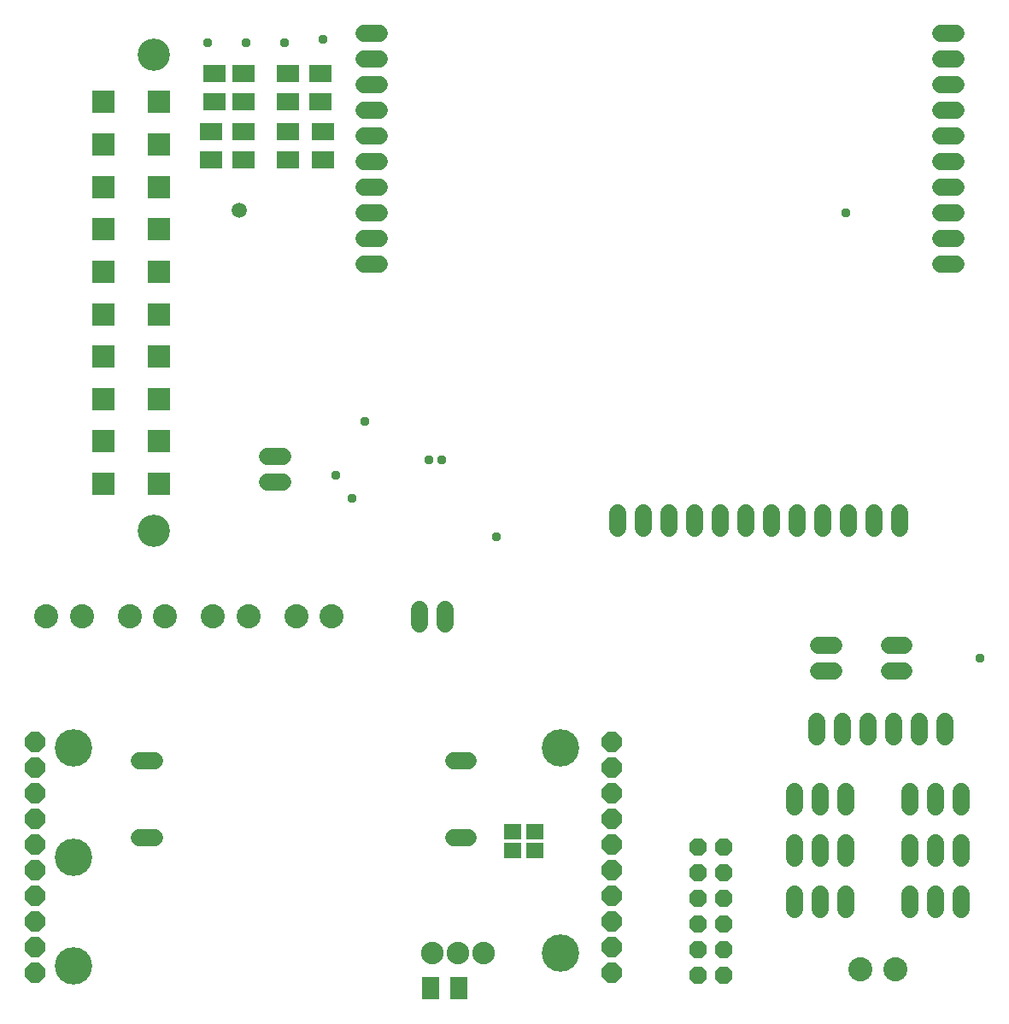
<source format=gbr>
G04 EAGLE Gerber X2 export*
G75*
%MOMM*%
%FSLAX34Y34*%
%LPD*%
%AMOC8*
5,1,8,0,0,1.08239X$1,22.5*%
G01*
%ADD10C,3.703200*%
%ADD11C,2.235200*%
%ADD12P,2.144431X8X22.500000*%
%ADD13R,1.803200X2.203200*%
%ADD14C,1.711200*%
%ADD15R,1.803200X1.503200*%
%ADD16R,2.303200X2.303200*%
%ADD17C,3.203200*%
%ADD18C,2.387600*%
%ADD19C,1.727200*%
%ADD20R,2.203200X1.803200*%
%ADD21P,1.869504X8X112.500000*%
%ADD22C,0.959600*%
%ADD23C,1.503200*%


D10*
X549275Y260350D03*
X549275Y57150D03*
X66675Y260350D03*
X66675Y44450D03*
X66675Y152400D03*
D11*
X473075Y57150D03*
X447675Y57150D03*
X422275Y57150D03*
D12*
X28575Y266700D03*
X28575Y241300D03*
X28575Y215900D03*
X28575Y190500D03*
X28575Y165100D03*
X28575Y139700D03*
X28575Y114300D03*
X28575Y88900D03*
X28575Y63500D03*
X28575Y38100D03*
X600075Y266700D03*
X600075Y241300D03*
X600075Y215900D03*
X600075Y190500D03*
X600075Y165100D03*
X600075Y139700D03*
X600075Y114300D03*
X600075Y88900D03*
X600075Y63500D03*
X600075Y38100D03*
D13*
X420975Y22225D03*
X448975Y22225D03*
D14*
X147240Y171450D02*
X132160Y171450D01*
X443310Y171450D02*
X458390Y171450D01*
X147240Y247650D02*
X132160Y247650D01*
X443310Y247650D02*
X458390Y247650D01*
D15*
X501650Y158775D03*
X501650Y177775D03*
X523875Y158775D03*
X523875Y177775D03*
D14*
X606425Y478235D02*
X606425Y493315D01*
X631825Y493315D02*
X631825Y478235D01*
X657225Y478235D02*
X657225Y493315D01*
X682625Y493315D02*
X682625Y478235D01*
X708025Y478235D02*
X708025Y493315D01*
X733425Y493315D02*
X733425Y478235D01*
X758825Y478235D02*
X758825Y493315D01*
X784225Y493315D02*
X784225Y478235D01*
X809625Y478235D02*
X809625Y493315D01*
X835025Y493315D02*
X835025Y478235D01*
X860425Y478235D02*
X860425Y493315D01*
X885825Y493315D02*
X885825Y478235D01*
X820340Y361950D02*
X805260Y361950D01*
X805260Y336550D02*
X820340Y336550D01*
X875110Y361950D02*
X890190Y361950D01*
X890190Y336550D02*
X875110Y336550D01*
X274240Y523875D02*
X259160Y523875D01*
X259160Y549275D02*
X274240Y549275D01*
D16*
X96325Y522200D03*
X96325Y564200D03*
X96325Y606200D03*
X96325Y648200D03*
X96325Y690200D03*
X96325Y732200D03*
X96325Y774200D03*
X96325Y816200D03*
X96325Y858200D03*
X96325Y900200D03*
X151325Y522200D03*
X151325Y564200D03*
X151325Y606200D03*
X151325Y648200D03*
X151325Y690200D03*
X151325Y732200D03*
X151325Y774200D03*
X151325Y816200D03*
X151325Y858200D03*
X151325Y900200D03*
D17*
X146725Y475200D03*
X146725Y947200D03*
D18*
X322800Y390525D03*
X287800Y390525D03*
X240250Y390525D03*
X205250Y390525D03*
X157700Y390525D03*
X122700Y390525D03*
X75150Y390525D03*
X40150Y390525D03*
D19*
X354330Y739775D02*
X369570Y739775D01*
X369570Y765175D02*
X354330Y765175D01*
X354330Y790575D02*
X369570Y790575D01*
X369570Y815975D02*
X354330Y815975D01*
X354330Y841375D02*
X369570Y841375D01*
X369570Y866775D02*
X354330Y866775D01*
X354330Y892175D02*
X369570Y892175D01*
X369570Y917575D02*
X354330Y917575D01*
X354330Y942975D02*
X369570Y942975D01*
X369570Y968375D02*
X354330Y968375D01*
X925830Y968375D02*
X941070Y968375D01*
X941070Y942975D02*
X925830Y942975D01*
X925830Y917575D02*
X941070Y917575D01*
X941070Y892175D02*
X925830Y892175D01*
X925830Y866775D02*
X941070Y866775D01*
X941070Y841375D02*
X925830Y841375D01*
X925830Y815975D02*
X941070Y815975D01*
X941070Y790575D02*
X925830Y790575D01*
X925830Y765175D02*
X941070Y765175D01*
X941070Y739775D02*
X925830Y739775D01*
D14*
X434975Y398065D02*
X434975Y382985D01*
X409575Y382985D02*
X409575Y398065D01*
D20*
X206375Y900400D03*
X206375Y928400D03*
X234950Y928400D03*
X234950Y900400D03*
X279400Y843250D03*
X279400Y871250D03*
X314325Y871250D03*
X314325Y843250D03*
X234950Y843250D03*
X234950Y871250D03*
X203200Y871250D03*
X203200Y843250D03*
X311150Y900400D03*
X311150Y928400D03*
X279400Y928400D03*
X279400Y900400D03*
D18*
X881600Y41275D03*
X846600Y41275D03*
D19*
X831850Y201930D02*
X831850Y217170D01*
X806450Y217170D02*
X806450Y201930D01*
X781050Y201930D02*
X781050Y217170D01*
X831850Y166370D02*
X831850Y151130D01*
X806450Y151130D02*
X806450Y166370D01*
X781050Y166370D02*
X781050Y151130D01*
X831850Y115570D02*
X831850Y100330D01*
X806450Y100330D02*
X806450Y115570D01*
X781050Y115570D02*
X781050Y100330D01*
X946150Y201930D02*
X946150Y217170D01*
X920750Y217170D02*
X920750Y201930D01*
X895350Y201930D02*
X895350Y217170D01*
X946150Y166370D02*
X946150Y151130D01*
X920750Y151130D02*
X920750Y166370D01*
X895350Y166370D02*
X895350Y151130D01*
X946150Y115570D02*
X946150Y100330D01*
X920750Y100330D02*
X920750Y115570D01*
X895350Y115570D02*
X895350Y100330D01*
X803275Y271780D02*
X803275Y287020D01*
X828675Y287020D02*
X828675Y271780D01*
X854075Y271780D02*
X854075Y287020D01*
X879475Y287020D02*
X879475Y271780D01*
X904875Y271780D02*
X904875Y287020D01*
X930275Y287020D02*
X930275Y271780D01*
D21*
X711200Y34925D03*
X711200Y60325D03*
X711200Y85725D03*
X711200Y111125D03*
X711200Y136525D03*
X711200Y161925D03*
X685800Y34925D03*
X685800Y60325D03*
X685800Y85725D03*
X685800Y111125D03*
X685800Y136525D03*
X685800Y161925D03*
D22*
X431800Y546100D03*
D23*
X231481Y793051D03*
D22*
X342704Y507804D03*
X355600Y584200D03*
X327205Y530405D03*
X419100Y546100D03*
X485775Y469900D03*
X831850Y790575D03*
X831850Y790575D03*
X965200Y349250D03*
X238125Y958850D03*
X200025Y958850D03*
X276225Y958850D03*
X314325Y962025D03*
M02*

</source>
